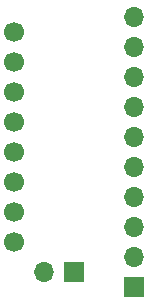
<source format=gbr>
%TF.GenerationSoftware,KiCad,Pcbnew,(5.1.10)-1*%
%TF.CreationDate,2021-10-05T20:05:55+09:00*%
%TF.ProjectId,mr8-gender-changer,6d72382d-6765-46e6-9465-722d6368616e,1*%
%TF.SameCoordinates,Original*%
%TF.FileFunction,Soldermask,Bot*%
%TF.FilePolarity,Negative*%
%FSLAX46Y46*%
G04 Gerber Fmt 4.6, Leading zero omitted, Abs format (unit mm)*
G04 Created by KiCad (PCBNEW (5.1.10)-1) date 2021-10-05 20:05:55*
%MOMM*%
%LPD*%
G01*
G04 APERTURE LIST*
%ADD10C,1.700000*%
%ADD11O,1.700000X1.700000*%
%ADD12R,1.700000X1.700000*%
G04 APERTURE END LIST*
D10*
%TO.C,J3*%
X153670000Y-101870000D03*
X153670000Y-99330000D03*
X153670000Y-96790000D03*
X153670000Y-94250000D03*
X153670000Y-91710000D03*
X153670000Y-89170000D03*
X153670000Y-86630000D03*
X153670000Y-84090000D03*
%TD*%
D11*
%TO.C,J2*%
X156210000Y-104410000D03*
D12*
X158750000Y-104410000D03*
%TD*%
D11*
%TO.C,J1*%
X163830000Y-82820000D03*
X163830000Y-85360000D03*
X163830000Y-87900000D03*
X163830000Y-90440000D03*
X163830000Y-92980000D03*
X163830000Y-95520000D03*
X163830000Y-98060000D03*
X163830000Y-100600000D03*
X163830000Y-103140000D03*
D12*
X163830000Y-105680000D03*
%TD*%
M02*

</source>
